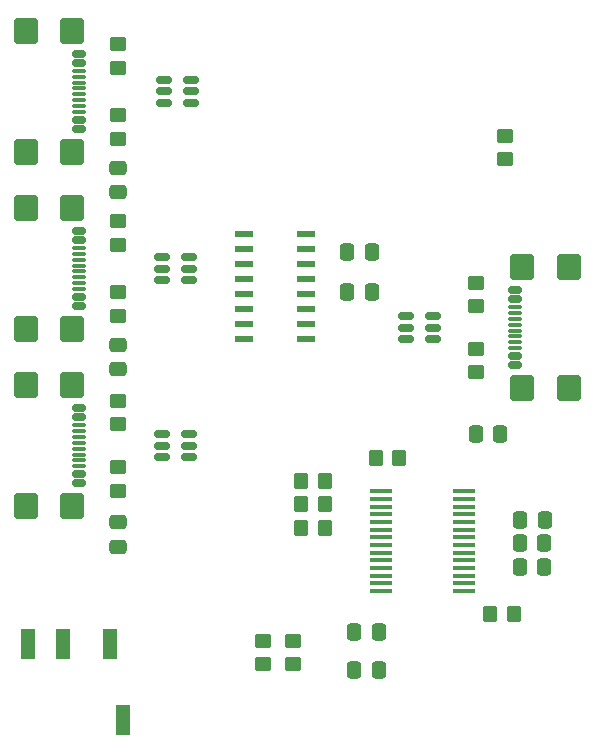
<source format=gbr>
%TF.GenerationSoftware,KiCad,Pcbnew,9.0.6*%
%TF.CreationDate,2025-12-05T18:50:53-10:00*%
%TF.ProjectId,PCB,5043422e-6b69-4636-9164-5f7063625858,rev?*%
%TF.SameCoordinates,Original*%
%TF.FileFunction,Paste,Top*%
%TF.FilePolarity,Positive*%
%FSLAX46Y46*%
G04 Gerber Fmt 4.6, Leading zero omitted, Abs format (unit mm)*
G04 Created by KiCad (PCBNEW 9.0.6) date 2025-12-05 18:50:53*
%MOMM*%
%LPD*%
G01*
G04 APERTURE LIST*
G04 Aperture macros list*
%AMRoundRect*
0 Rectangle with rounded corners*
0 $1 Rounding radius*
0 $2 $3 $4 $5 $6 $7 $8 $9 X,Y pos of 4 corners*
0 Add a 4 corners polygon primitive as box body*
4,1,4,$2,$3,$4,$5,$6,$7,$8,$9,$2,$3,0*
0 Add four circle primitives for the rounded corners*
1,1,$1+$1,$2,$3*
1,1,$1+$1,$4,$5*
1,1,$1+$1,$6,$7*
1,1,$1+$1,$8,$9*
0 Add four rect primitives between the rounded corners*
20,1,$1+$1,$2,$3,$4,$5,0*
20,1,$1+$1,$4,$5,$6,$7,0*
20,1,$1+$1,$6,$7,$8,$9,0*
20,1,$1+$1,$8,$9,$2,$3,0*%
G04 Aperture macros list end*
%ADD10RoundRect,0.150000X0.512500X0.150000X-0.512500X0.150000X-0.512500X-0.150000X0.512500X-0.150000X0*%
%ADD11RoundRect,0.150000X0.425000X-0.150000X0.425000X0.150000X-0.425000X0.150000X-0.425000X-0.150000X0*%
%ADD12RoundRect,0.075000X0.500000X-0.075000X0.500000X0.075000X-0.500000X0.075000X-0.500000X-0.075000X0*%
%ADD13RoundRect,0.250000X0.750000X-0.840000X0.750000X0.840000X-0.750000X0.840000X-0.750000X-0.840000X0*%
%ADD14RoundRect,0.250000X0.450000X-0.350000X0.450000X0.350000X-0.450000X0.350000X-0.450000X-0.350000X0*%
%ADD15RoundRect,0.250000X-0.475000X0.337500X-0.475000X-0.337500X0.475000X-0.337500X0.475000X0.337500X0*%
%ADD16RoundRect,0.250000X-0.337500X-0.475000X0.337500X-0.475000X0.337500X0.475000X-0.337500X0.475000X0*%
%ADD17RoundRect,0.100000X-0.850000X-0.100000X0.850000X-0.100000X0.850000X0.100000X-0.850000X0.100000X0*%
%ADD18RoundRect,0.250000X0.337500X0.475000X-0.337500X0.475000X-0.337500X-0.475000X0.337500X-0.475000X0*%
%ADD19RoundRect,0.250000X-0.450000X0.350000X-0.450000X-0.350000X0.450000X-0.350000X0.450000X0.350000X0*%
%ADD20RoundRect,0.150000X-0.425000X0.150000X-0.425000X-0.150000X0.425000X-0.150000X0.425000X0.150000X0*%
%ADD21RoundRect,0.075000X-0.500000X0.075000X-0.500000X-0.075000X0.500000X-0.075000X0.500000X0.075000X0*%
%ADD22RoundRect,0.250000X-0.750000X0.840000X-0.750000X-0.840000X0.750000X-0.840000X0.750000X0.840000X0*%
%ADD23RoundRect,0.150000X-0.512500X-0.150000X0.512500X-0.150000X0.512500X0.150000X-0.512500X0.150000X0*%
%ADD24RoundRect,0.250000X-0.350000X-0.450000X0.350000X-0.450000X0.350000X0.450000X-0.350000X0.450000X0*%
%ADD25R,1.200000X2.500000*%
%ADD26RoundRect,0.137500X-0.662500X-0.137500X0.662500X-0.137500X0.662500X0.137500X-0.662500X0.137500X0*%
G04 APERTURE END LIST*
D10*
%TO.C,U2*%
X63137500Y-50949999D03*
X63137500Y-50000000D03*
X63137500Y-49050001D03*
X60862500Y-49050001D03*
X60862500Y-50000000D03*
X60862500Y-50949999D03*
%TD*%
D11*
%TO.C,J4*%
X90610000Y-73200000D03*
X90610000Y-72400000D03*
D12*
X90610001Y-71250000D03*
X90610000Y-70250000D03*
X90610000Y-69750000D03*
X90610001Y-68750000D03*
D11*
X90610000Y-67600000D03*
X90610000Y-66800000D03*
X90610000Y-66800000D03*
X90610000Y-67600000D03*
D12*
X90610000Y-68250000D03*
X90610000Y-69250000D03*
X90610000Y-70750000D03*
X90610000Y-71750000D03*
D11*
X90610000Y-72400000D03*
X90610000Y-73200000D03*
D13*
X91185000Y-75110000D03*
X95115000Y-75110000D03*
X91185000Y-64890000D03*
X95115000Y-64890000D03*
%TD*%
D14*
%TO.C,R4*%
X57000000Y-63000000D03*
X57000000Y-61000000D03*
%TD*%
D15*
%TO.C,C5*%
X57000000Y-86462500D03*
X57000000Y-88537500D03*
%TD*%
D16*
%TO.C,C6*%
X87252500Y-79000000D03*
X89327500Y-79000000D03*
%TD*%
D17*
%TO.C,U1*%
X79250000Y-83850000D03*
X79250000Y-84500000D03*
X79250000Y-85150000D03*
X79250000Y-85800000D03*
X79250000Y-86450000D03*
X79250000Y-87100000D03*
X79250000Y-87750000D03*
X79250000Y-88400000D03*
X79250000Y-89050000D03*
X79250000Y-89700000D03*
X79250000Y-90350000D03*
X79250000Y-91000000D03*
X79250000Y-91650000D03*
X79250000Y-92300000D03*
X86250000Y-92300000D03*
X86250000Y-91650000D03*
X86250000Y-91000000D03*
X86250000Y-90350000D03*
X86250000Y-89700000D03*
X86250000Y-89050000D03*
X86250000Y-88400000D03*
X86250000Y-87750000D03*
X86250000Y-87100000D03*
X86250000Y-86450000D03*
X86250000Y-85800000D03*
X86250000Y-85150000D03*
X86250000Y-84500000D03*
X86250000Y-83850000D03*
%TD*%
D14*
%TO.C,R1*%
X89750000Y-55750000D03*
X89750000Y-53750000D03*
%TD*%
%TO.C,R6*%
X57000000Y-78200000D03*
X57000000Y-76200000D03*
%TD*%
D18*
%TO.C,C1*%
X78437500Y-67000000D03*
X76362500Y-67000000D03*
%TD*%
D14*
%TO.C,R2*%
X57000000Y-48000000D03*
X57000000Y-46000000D03*
%TD*%
D19*
%TO.C,R3*%
X57000000Y-52000000D03*
X57000000Y-54000000D03*
%TD*%
%TO.C,R7*%
X57000000Y-81800000D03*
X57000000Y-83800000D03*
%TD*%
D14*
%TO.C,R10*%
X69250000Y-98500000D03*
X69250000Y-96500000D03*
%TD*%
D18*
%TO.C,C9*%
X79037500Y-99000000D03*
X76962500Y-99000000D03*
%TD*%
D20*
%TO.C,J3*%
X53680000Y-76800000D03*
X53680000Y-77600000D03*
D21*
X53680000Y-78750000D03*
X53680000Y-79750000D03*
X53680000Y-80250000D03*
X53680000Y-81250000D03*
D20*
X53680000Y-82400000D03*
X53680000Y-83200000D03*
X53680000Y-83200000D03*
X53680000Y-82400000D03*
D21*
X53680000Y-81750000D03*
X53680000Y-80750000D03*
X53680000Y-79250000D03*
X53680000Y-78250000D03*
D20*
X53680000Y-77600000D03*
X53680000Y-76800000D03*
D22*
X53105000Y-74890000D03*
X49175000Y-74890000D03*
X53105000Y-85110000D03*
X49175000Y-85110000D03*
%TD*%
D19*
%TO.C,R11*%
X71750000Y-96500000D03*
X71750000Y-98500000D03*
%TD*%
D23*
%TO.C,U5*%
X81352500Y-69050000D03*
X81352500Y-70000000D03*
X81352500Y-70950000D03*
X83627500Y-70950000D03*
X83627500Y-70000000D03*
X83627500Y-69050000D03*
%TD*%
D24*
%TO.C,R17*%
X78780000Y-81055000D03*
X80780000Y-81055000D03*
%TD*%
D25*
%TO.C,J5*%
X52325000Y-96750000D03*
X49325000Y-96750000D03*
X57425000Y-103250000D03*
X56325000Y-96750000D03*
%TD*%
D19*
%TO.C,R8*%
X87290000Y-71800000D03*
X87290000Y-73800000D03*
%TD*%
D24*
%TO.C,R16*%
X72500000Y-87000000D03*
X74500000Y-87000000D03*
%TD*%
D20*
%TO.C,J1*%
X53680000Y-46800000D03*
X53680000Y-47600000D03*
D21*
X53680000Y-48750000D03*
X53680000Y-49750000D03*
X53680000Y-50250000D03*
X53680000Y-51250000D03*
D20*
X53680000Y-52400000D03*
X53680000Y-53200000D03*
X53680000Y-53200000D03*
X53680000Y-52400000D03*
D21*
X53680000Y-51750000D03*
X53680000Y-50750000D03*
X53680000Y-49250000D03*
X53680000Y-48250000D03*
D20*
X53680000Y-47600000D03*
X53680000Y-46800000D03*
D22*
X53105000Y-44890000D03*
X49175000Y-44890000D03*
X53105000Y-55110000D03*
X49175000Y-55110000D03*
%TD*%
D24*
%TO.C,R13*%
X72500000Y-82975000D03*
X74500000Y-82975000D03*
%TD*%
D16*
%TO.C,C15*%
X91012500Y-86250000D03*
X93087500Y-86250000D03*
%TD*%
D24*
%TO.C,R15*%
X88500000Y-94250000D03*
X90500000Y-94250000D03*
%TD*%
D10*
%TO.C,U4*%
X62937500Y-80949999D03*
X62937500Y-80000000D03*
X62937500Y-79050001D03*
X60662500Y-79050001D03*
X60662500Y-80000000D03*
X60662500Y-80949999D03*
%TD*%
D24*
%TO.C,R14*%
X72500000Y-84975000D03*
X74500000Y-84975000D03*
%TD*%
D18*
%TO.C,C10*%
X79037500Y-95750000D03*
X76962500Y-95750000D03*
%TD*%
D15*
%TO.C,C4*%
X57000000Y-71462500D03*
X57000000Y-73537500D03*
%TD*%
D19*
%TO.C,R5*%
X57000000Y-67000000D03*
X57000000Y-69000000D03*
%TD*%
D15*
%TO.C,C3*%
X57000000Y-56462500D03*
X57000000Y-58537500D03*
%TD*%
D14*
%TO.C,R9*%
X87290000Y-68200000D03*
X87290000Y-66200000D03*
%TD*%
D16*
%TO.C,C13*%
X90962500Y-90250000D03*
X93037500Y-90250000D03*
%TD*%
D18*
%TO.C,C2*%
X78437500Y-63600000D03*
X76362500Y-63600000D03*
%TD*%
D10*
%TO.C,U3*%
X62937500Y-65949999D03*
X62937500Y-65000000D03*
X62937500Y-64050001D03*
X60662500Y-64050001D03*
X60662500Y-65000000D03*
X60662500Y-65949999D03*
%TD*%
D26*
%TO.C,IC1*%
X67600000Y-62055000D03*
X67600000Y-63325000D03*
X67600000Y-64595000D03*
X67600000Y-65865000D03*
X67600000Y-67135000D03*
X67600000Y-68405000D03*
X67600000Y-69675000D03*
X67600000Y-70945000D03*
X72900000Y-70945000D03*
X72900000Y-69675000D03*
X72900000Y-68405000D03*
X72900000Y-67135000D03*
X72900000Y-65865000D03*
X72900000Y-64595000D03*
X72900000Y-63325000D03*
X72900000Y-62055000D03*
%TD*%
D16*
%TO.C,C14*%
X90962500Y-88250000D03*
X93037500Y-88250000D03*
%TD*%
D20*
%TO.C,J2*%
X53680000Y-61800000D03*
X53680000Y-62600000D03*
D21*
X53680000Y-63750000D03*
X53680000Y-64750000D03*
X53680000Y-65250000D03*
X53680000Y-66250000D03*
D20*
X53680000Y-67400000D03*
X53680000Y-68200000D03*
X53680000Y-68200000D03*
X53680000Y-67400000D03*
D21*
X53680000Y-66750000D03*
X53680000Y-65750000D03*
X53680000Y-64250000D03*
X53680000Y-63250000D03*
D20*
X53680000Y-62600000D03*
X53680000Y-61800000D03*
D22*
X53105000Y-59890000D03*
X49175000Y-59890000D03*
X53105000Y-70110000D03*
X49175000Y-70110000D03*
%TD*%
M02*

</source>
